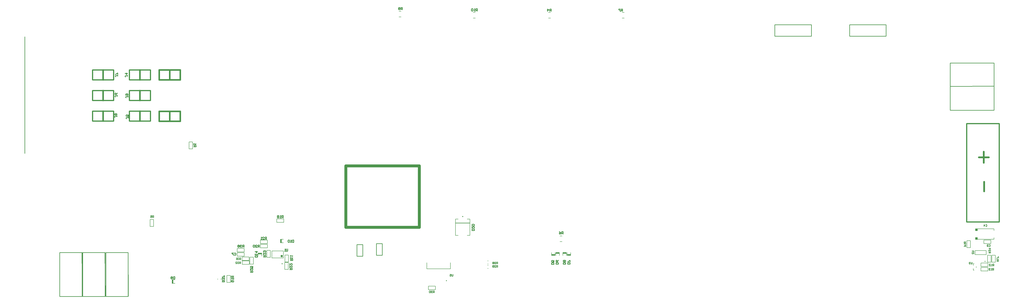
<source format=gbr>
%TF.GenerationSoftware,Altium Limited,Altium Designer,21.6.4 (81)*%
G04 Layer_Color=32896*
%FSLAX43Y43*%
%MOMM*%
%TF.SameCoordinates,9BCA014A-4D13-4940-A32C-4131998200A9*%
%TF.FilePolarity,Positive*%
%TF.FileFunction,Legend,Bot*%
%TF.Part,Single*%
G01*
G75*
%TA.AperFunction,NonConductor*%
%ADD88C,0.250*%
%ADD89C,0.500*%
%ADD90C,0.200*%
%ADD91C,0.254*%
%ADD92C,1.270*%
%ADD93C,0.635*%
%ADD94C,0.508*%
%ADD95C,0.762*%
%ADD96C,0.300*%
%ADD97R,1.000X1.000*%
%ADD98R,1.587X0.508*%
%ADD99R,0.508X1.587*%
D88*
X190375Y38325D02*
G03*
X190375Y38325I-125J0D01*
G01*
X111917Y17763D02*
G03*
X111917Y17763I-125J0D01*
G01*
X417269Y18783D02*
G03*
X417269Y18783I-125J0D01*
G01*
X183304Y10377D02*
G03*
X183304Y10377I-125J0D01*
G01*
D89*
X111862Y21088D02*
G03*
X111862Y21088I-250J0D01*
G01*
D90*
X187140Y37180D02*
X188275D01*
X192225D02*
X193360D01*
Y30070D02*
Y37180D01*
X187140Y30070D02*
X188275D01*
X192225D02*
X193360D01*
X187140D02*
Y37180D01*
X412023Y17810D02*
X412446D01*
X412023Y14910D02*
Y15672D01*
Y17048D02*
Y17810D01*
Y14910D02*
X412446D01*
X413323Y16133D02*
Y16587D01*
X416676Y26538D02*
X419724D01*
X416676D02*
Y28062D01*
X419724Y26538D02*
Y28062D01*
X416676D02*
X419724D01*
X107387Y20313D02*
X112387D01*
X107387D02*
Y23313D01*
X112387D01*
Y20313D02*
Y23313D01*
X415351Y14563D02*
X418399D01*
X415351D02*
Y16087D01*
X418399Y14563D02*
Y16087D01*
X415351D02*
X418399D01*
X417689Y21757D02*
Y23515D01*
X412789D02*
X417689D01*
X412789Y21757D02*
Y23515D01*
Y21757D02*
X417689D01*
X415351Y16513D02*
X418399D01*
X415351D02*
Y18037D01*
X418399Y16513D02*
Y18037D01*
X415351D02*
X418399D01*
X413775Y32975D02*
X421075D01*
X413775Y32175D02*
Y32975D01*
Y28375D02*
X421075D01*
Y32175D02*
Y32975D01*
X413775Y28375D02*
Y29175D01*
X421075Y28375D02*
Y29175D01*
X419787Y18451D02*
Y21499D01*
X418263Y18451D02*
X419787D01*
X418263Y21499D02*
X419787D01*
X418263Y18451D02*
Y21499D01*
X420113Y18451D02*
Y21499D01*
X421637D01*
X420113Y18451D02*
X421637D01*
Y21499D01*
X409263Y24801D02*
Y27849D01*
X410787D01*
X409263Y24801D02*
X410787D01*
Y27849D01*
X55962Y33976D02*
Y37024D01*
X54438Y33976D02*
X55962D01*
X54438Y37024D02*
X55962D01*
X54438Y33976D02*
Y37024D01*
X94426Y19188D02*
X97474D01*
X94426D02*
Y20712D01*
X97474Y19188D02*
Y20712D01*
X94426D02*
X97474D01*
X94451Y19012D02*
X97499D01*
Y17488D02*
Y19012D01*
X94451Y17488D02*
Y19012D01*
Y17488D02*
X97499D01*
X201100Y19025D02*
X201350D01*
X201100Y17625D02*
X201350D01*
X201100Y17100D02*
X201350D01*
X201100Y15700D02*
X201350D01*
X175326Y6463D02*
X178374D01*
X175326D02*
Y7987D01*
X178374Y6463D02*
Y7987D01*
X175326D02*
X178374D01*
X184893Y15536D02*
Y18232D01*
X174657Y15536D02*
X184893D01*
X174657D02*
Y18232D01*
X259502Y124750D02*
X260448D01*
X259502Y127250D02*
X260448D01*
X194802Y124750D02*
X195748D01*
X194802Y127250D02*
X195748D01*
X92276Y22863D02*
X95324D01*
X92276D02*
Y24387D01*
X95324Y22863D02*
Y24387D01*
X92276D02*
X95324D01*
X72862Y67776D02*
Y70824D01*
X71338Y67776D02*
X72862D01*
X71338Y70824D02*
X72862D01*
X71338Y67776D02*
Y70824D01*
X92301Y22562D02*
X95349D01*
Y21038D02*
Y22562D01*
X92301Y21038D02*
Y22562D01*
Y21038D02*
X95349D01*
X162527Y127750D02*
X163473D01*
X162527Y125250D02*
X163473D01*
X227502Y127250D02*
X228448D01*
X227502Y124750D02*
X228448D01*
X99287Y17551D02*
Y20599D01*
X97763Y17551D02*
X99287D01*
X97763Y20599D02*
X99287D01*
X97763Y17551D02*
Y20599D01*
X106637Y20526D02*
Y23574D01*
X105113Y20526D02*
X106637D01*
X105113Y23574D02*
X106637D01*
X105113Y20526D02*
Y23574D01*
X112963Y15251D02*
Y18299D01*
X114487D01*
X112963Y15251D02*
X114487D01*
Y18299D01*
X102376Y28062D02*
X105424D01*
Y26538D02*
Y28062D01*
X102376Y26538D02*
Y28062D01*
Y26538D02*
X105424D01*
X102351Y26237D02*
X105399D01*
Y24713D02*
Y26237D01*
X102351Y24713D02*
Y26237D01*
Y24713D02*
X105399D01*
X109451Y37287D02*
X112499D01*
Y35763D02*
Y37287D01*
X109451Y35763D02*
Y37287D01*
Y35763D02*
X112499D01*
X89312Y9576D02*
Y12624D01*
X87788Y9576D02*
X89312D01*
X87788Y12624D02*
X89312D01*
X87788Y9576D02*
Y12624D01*
X112988Y18526D02*
Y21574D01*
X114512D01*
X112988Y18526D02*
X114512D01*
Y21574D01*
X101375Y22385D02*
X102925D01*
X101375Y21115D02*
Y22385D01*
X102925Y21115D02*
Y22385D01*
X111115Y26850D02*
Y28400D01*
Y26850D02*
X112385D01*
X111115Y28400D02*
X112385D01*
X64040Y9225D02*
Y10775D01*
Y9225D02*
X65310D01*
X64040Y10775D02*
X65310D01*
X233725Y22635D02*
X235275D01*
X233725Y21365D02*
Y22635D01*
X235275Y21365D02*
Y22635D01*
X235600Y21365D02*
X237150D01*
Y22635D01*
X235600Y21365D02*
Y22635D01*
X230700D02*
X232250D01*
X230700Y21365D02*
Y22635D01*
X232250Y21365D02*
Y22635D01*
X228825Y21365D02*
X230375D01*
Y22635D01*
X228825Y21365D02*
Y22635D01*
X232452Y29850D02*
X233398D01*
X232452Y27350D02*
X233398D01*
X83825Y11000D02*
Y11250D01*
X85225Y11000D02*
Y11250D01*
D91*
X187202Y35530D02*
X193298D01*
X-40Y65800D02*
Y116600D01*
X144305Y21035D02*
Y26115D01*
X146845D01*
Y21035D02*
Y26115D01*
X144305Y21035D02*
X146845D01*
X152730Y21460D02*
Y26540D01*
X155270D01*
Y21460D02*
Y26540D01*
X152730Y21460D02*
X155270D01*
X358294Y116912D02*
X374169D01*
X358294Y121865D02*
X374169D01*
Y116912D02*
Y121865D01*
X358294Y116912D02*
Y121865D01*
X325794Y116920D02*
X341669D01*
X325794Y121873D02*
X341669D01*
Y116920D02*
Y121873D01*
X325794Y116920D02*
Y121873D01*
X421049Y84586D02*
Y105160D01*
X401999Y84586D02*
Y105160D01*
X421049D01*
X401999Y84586D02*
X421049D01*
X401999Y95000D02*
X421049Y95125D01*
X63000Y79766D02*
Y81925D01*
Y99950D02*
Y102109D01*
X44826Y22668D02*
X44951Y3618D01*
X35174Y3491D02*
Y22668D01*
X44888Y3491D02*
Y22668D01*
X35174D02*
X44888D01*
X35174Y3491D02*
X44888D01*
X24826Y22668D02*
X24951Y3618D01*
X15174Y3491D02*
Y22668D01*
X24888Y3491D02*
Y22668D01*
X15174D02*
X24888D01*
X15174Y3491D02*
X24888D01*
X34826Y22668D02*
X34951Y3618D01*
X25174Y3491D02*
Y22668D01*
X34888Y3491D02*
Y22668D01*
X25174D02*
X34888D01*
X25174Y3491D02*
X34888D01*
X55931Y37896D02*
Y38696D01*
X55531D01*
X55398Y38563D01*
Y38296D01*
X55531Y38163D01*
X55931D01*
X55664D02*
X55398Y37896D01*
X54598Y38696D02*
X55131D01*
Y38296D01*
X54864Y38430D01*
X54731D01*
X54598Y38296D01*
Y38030D01*
X54731Y37896D01*
X54998D01*
X55131Y38030D01*
X185991Y13125D02*
Y12458D01*
X185858Y12325D01*
X185592D01*
X185458Y12458D01*
Y13125D01*
X184659D02*
X185192D01*
Y12725D01*
X184925Y12858D01*
X184792D01*
X184659Y12725D01*
Y12458D01*
X184792Y12325D01*
X185058D01*
X185192Y12458D01*
X411541Y18450D02*
Y17783D01*
X411408Y17650D01*
X411142D01*
X411008Y17783D01*
Y18450D01*
X410742Y18317D02*
X410608Y18450D01*
X410342D01*
X410209Y18317D01*
Y18183D01*
X410342Y18050D01*
X410475D01*
X410342D01*
X410209Y17917D01*
Y17783D01*
X410342Y17650D01*
X410608D01*
X410742Y17783D01*
X411450Y23416D02*
X412117D01*
X412250Y23283D01*
Y23017D01*
X412117Y22883D01*
X411450D01*
X412250Y22084D02*
Y22617D01*
X411717Y22084D01*
X411583D01*
X411450Y22217D01*
Y22483D01*
X411583Y22617D01*
X93741Y17800D02*
Y18600D01*
X93341D01*
X93208Y18467D01*
Y18200D01*
X93341Y18067D01*
X93741D01*
X93475D02*
X93208Y17800D01*
X92942Y18467D02*
X92808Y18600D01*
X92542D01*
X92408Y18467D01*
Y18333D01*
X92542Y18200D01*
X92675D01*
X92542D01*
X92408Y18067D01*
Y17933D01*
X92542Y17800D01*
X92808D01*
X92942Y17933D01*
X91609Y17800D02*
X92142D01*
X91609Y18333D01*
Y18467D01*
X91742Y18600D01*
X92009D01*
X92142Y18467D01*
X93708Y19525D02*
Y20325D01*
X93308D01*
X93175Y20192D01*
Y19925D01*
X93308Y19792D01*
X93708D01*
X93441D02*
X93175Y19525D01*
X92908Y20192D02*
X92775Y20325D01*
X92508D01*
X92375Y20192D01*
Y20058D01*
X92508Y19925D01*
X92642D01*
X92508D01*
X92375Y19792D01*
Y19658D01*
X92508Y19525D01*
X92775D01*
X92908Y19658D01*
X92109Y19525D02*
X91842D01*
X91975D01*
Y20325D01*
X92109Y20192D01*
X177841Y5125D02*
Y5925D01*
X177441D01*
X177308Y5792D01*
Y5525D01*
X177441Y5392D01*
X177841D01*
X177575D02*
X177308Y5125D01*
X177042Y5792D02*
X176908Y5925D01*
X176642D01*
X176508Y5792D01*
Y5658D01*
X176642Y5525D01*
X176775D01*
X176642D01*
X176508Y5392D01*
Y5258D01*
X176642Y5125D01*
X176908D01*
X177042Y5258D01*
X176242Y5792D02*
X176109Y5925D01*
X175842D01*
X175709Y5792D01*
Y5258D01*
X175842Y5125D01*
X176109D01*
X176242Y5258D01*
Y5792D01*
X205366Y16225D02*
Y17025D01*
X204966D01*
X204833Y16892D01*
Y16625D01*
X204966Y16492D01*
X205366D01*
X205100D02*
X204833Y16225D01*
X204033D02*
X204567D01*
X204033Y16758D01*
Y16892D01*
X204167Y17025D01*
X204433D01*
X204567Y16892D01*
X203767Y16358D02*
X203634Y16225D01*
X203367D01*
X203234Y16358D01*
Y16892D01*
X203367Y17025D01*
X203634D01*
X203767Y16892D01*
Y16758D01*
X203634Y16625D01*
X203234D01*
X205366Y17700D02*
Y18500D01*
X204966D01*
X204833Y18367D01*
Y18100D01*
X204966Y17967D01*
X205366D01*
X205100D02*
X204833Y17700D01*
X204033D02*
X204567D01*
X204033Y18233D01*
Y18367D01*
X204167Y18500D01*
X204433D01*
X204567Y18367D01*
X203767D02*
X203634Y18500D01*
X203367D01*
X203234Y18367D01*
Y18233D01*
X203367Y18100D01*
X203234Y17967D01*
Y17833D01*
X203367Y17700D01*
X203634D01*
X203767Y17833D01*
Y17967D01*
X203634Y18100D01*
X203767Y18233D01*
Y18367D01*
X203634Y18100D02*
X203367D01*
X418750Y22484D02*
X419550D01*
Y22884D01*
X419417Y23017D01*
X419150D01*
X419017Y22884D01*
Y22484D01*
Y22750D02*
X418750Y23017D01*
Y23817D02*
Y23283D01*
X419283Y23817D01*
X419417D01*
X419550Y23683D01*
Y23417D01*
X419417Y23283D01*
X418750Y24483D02*
X419550D01*
X419150Y24083D01*
Y24616D01*
X422225Y18850D02*
X423025D01*
Y19250D01*
X422892Y19383D01*
X422625D01*
X422492Y19250D01*
Y18850D01*
Y19117D02*
X422225Y19383D01*
Y19650D02*
Y19917D01*
Y19783D01*
X423025D01*
X422892Y19650D01*
X423025Y20317D02*
Y20850D01*
X422892D01*
X422358Y20317D01*
X422225D01*
X408800Y27300D02*
X408000D01*
Y26900D01*
X408133Y26767D01*
X408400D01*
X408533Y26900D01*
Y27300D01*
Y27033D02*
X408800Y26767D01*
Y26500D02*
Y26233D01*
Y26367D01*
X408000D01*
X408133Y26500D01*
X408000Y25300D02*
X408133Y25567D01*
X408400Y25833D01*
X408667D01*
X408800Y25700D01*
Y25434D01*
X408667Y25300D01*
X408533D01*
X408400Y25434D01*
Y25833D01*
X420875Y14950D02*
Y15750D01*
X420475D01*
X420342Y15617D01*
Y15350D01*
X420475Y15217D01*
X420875D01*
X420608D02*
X420342Y14950D01*
X420075D02*
X419808D01*
X419942D01*
Y15750D01*
X420075Y15617D01*
X419408D02*
X419275Y15750D01*
X419009D01*
X418875Y15617D01*
Y15483D01*
X419009Y15350D01*
X419142D01*
X419009D01*
X418875Y15217D01*
Y15083D01*
X419009Y14950D01*
X419275D01*
X419408Y15083D01*
X420950Y16825D02*
Y17625D01*
X420550D01*
X420417Y17492D01*
Y17225D01*
X420550Y17092D01*
X420950D01*
X420683D02*
X420417Y16825D01*
X420150D02*
X419883D01*
X420017D01*
Y17625D01*
X420150Y17492D01*
X418950Y16825D02*
X419483D01*
X418950Y17358D01*
Y17492D01*
X419084Y17625D01*
X419350D01*
X419483Y17492D01*
X417358Y34692D02*
X417492Y34825D01*
X417758D01*
X417891Y34692D01*
Y34158D01*
X417758Y34025D01*
X417492D01*
X417358Y34158D01*
X416692Y34025D02*
Y34825D01*
X417092Y34425D01*
X416559D01*
X418833Y25967D02*
X418967Y26100D01*
X419233D01*
X419366Y25967D01*
Y25433D01*
X419233Y25300D01*
X418967D01*
X418833Y25433D01*
X418567Y25967D02*
X418433Y26100D01*
X418167D01*
X418034Y25967D01*
Y25833D01*
X418167Y25700D01*
X418300D01*
X418167D01*
X418034Y25567D01*
Y25433D01*
X418167Y25300D01*
X418433D01*
X418567Y25433D01*
D92*
X171350Y33611D02*
Y60408D01*
X139473Y33611D02*
Y60408D01*
X171350D01*
X139473Y33611D02*
X171350D01*
D93*
X63000Y79766D02*
Y84084D01*
X67572Y79766D02*
Y84084D01*
X58428Y79766D02*
Y84084D01*
Y79766D02*
X67572D01*
X58428Y84084D02*
X67572D01*
X63000Y97791D02*
Y102109D01*
X58428Y97791D02*
Y102109D01*
X67572Y97791D02*
Y102109D01*
X58428D02*
X67572D01*
X58428Y97791D02*
X67572D01*
X50000Y82000D02*
Y84159D01*
Y79841D02*
Y82000D01*
Y97841D02*
Y100000D01*
Y102159D01*
Y91000D02*
Y93159D01*
Y88841D02*
Y91000D01*
X34000D02*
Y93159D01*
Y88841D02*
Y91000D01*
Y100000D02*
Y102159D01*
Y97841D02*
Y100000D01*
Y82000D02*
Y84159D01*
Y79841D02*
Y82000D01*
D94*
X409188Y35973D02*
Y78772D01*
X423285Y35973D02*
Y78772D01*
X409188Y35973D02*
X423285D01*
X409188Y78772D02*
X423285D01*
X45428Y84159D02*
X54572D01*
X45428Y79841D02*
X54572D01*
Y84159D01*
X45428Y79841D02*
Y84159D01*
Y97841D02*
X54572D01*
X45428Y102159D02*
X54572D01*
X45428Y97841D02*
Y102159D01*
X54572Y97841D02*
Y102159D01*
Y88841D02*
Y93159D01*
X45428Y88841D02*
Y93159D01*
X54572D01*
X45428Y88841D02*
X54572D01*
X29428Y93159D02*
X38572D01*
X29428Y88841D02*
X38572D01*
Y93159D01*
X29428Y88841D02*
Y93159D01*
X38572Y97841D02*
Y102159D01*
X29428Y97841D02*
Y102159D01*
X38572D01*
X29428Y97841D02*
X38572D01*
Y79841D02*
Y84159D01*
X29428Y79841D02*
Y84159D01*
X38572D01*
X29428Y79841D02*
X38572D01*
D95*
X414395Y64167D02*
X418713D01*
X416554Y61754D02*
Y66580D01*
X416681Y49308D02*
Y53499D01*
D96*
X44836Y90732D02*
Y90399D01*
Y90565D01*
X44003D01*
X43836Y90399D01*
Y90232D01*
X44003Y90065D01*
Y91065D02*
X43836Y91232D01*
Y91565D01*
X44003Y91731D01*
X44669D01*
X44836Y91565D01*
Y91232D01*
X44669Y91065D01*
X44502D01*
X44336Y91232D01*
Y91731D01*
X40342Y99833D02*
Y99500D01*
Y99667D01*
X39509D01*
X39342Y99500D01*
Y99334D01*
X39509Y99167D01*
X40342Y100167D02*
Y100833D01*
X40175D01*
X39509Y100167D01*
X39342D01*
X40012Y82138D02*
Y81805D01*
Y81972D01*
X39179D01*
X39012Y81805D01*
Y81638D01*
X39179Y81472D01*
X39845Y82471D02*
X40012Y82638D01*
Y82971D01*
X39845Y83138D01*
X39678D01*
X39512Y82971D01*
X39345Y83138D01*
X39179D01*
X39012Y82971D01*
Y82638D01*
X39179Y82471D01*
X39345D01*
X39512Y82638D01*
X39678Y82471D01*
X39845D01*
X39512Y82638D02*
Y82971D01*
X95233Y24900D02*
Y25900D01*
X94733D01*
X94566Y25733D01*
Y25400D01*
X94733Y25233D01*
X95233D01*
X94900D02*
X94566Y24900D01*
X94233Y25733D02*
X94067Y25900D01*
X93733D01*
X93567Y25733D01*
Y25567D01*
X93733Y25400D01*
X93900D01*
X93733D01*
X93567Y25233D01*
Y25067D01*
X93733Y24900D01*
X94067D01*
X94233Y25067D01*
X93234Y25733D02*
X93067Y25900D01*
X92734D01*
X92567Y25733D01*
Y25567D01*
X92734Y25400D01*
X92567Y25233D01*
Y25067D01*
X92734Y24900D01*
X93067D01*
X93234Y25067D01*
Y25233D01*
X93067Y25400D01*
X93234Y25567D01*
Y25733D01*
X93067Y25400D02*
X92734D01*
X85797Y9855D02*
X86796D01*
Y10355D01*
X86630Y10522D01*
X86296D01*
X86130Y10355D01*
Y9855D01*
Y10189D02*
X85797Y10522D01*
X86630Y10855D02*
X86796Y11022D01*
Y11355D01*
X86630Y11521D01*
X86463D01*
X86296Y11355D01*
Y11188D01*
Y11355D01*
X86130Y11521D01*
X85963D01*
X85797Y11355D01*
Y11022D01*
X85963Y10855D01*
X86796Y11855D02*
Y12521D01*
X86630D01*
X85963Y11855D01*
X85797D01*
X40189Y91087D02*
Y90754D01*
Y90921D01*
X39356D01*
X39190Y90754D01*
Y90588D01*
X39356Y90421D01*
X40189Y92087D02*
X40023Y91754D01*
X39690Y91421D01*
X39356D01*
X39190Y91587D01*
Y91920D01*
X39356Y92087D01*
X39523D01*
X39690Y91920D01*
Y91421D01*
X44632Y99757D02*
Y99424D01*
Y99591D01*
X43799D01*
X43633Y99424D01*
Y99257D01*
X43799Y99091D01*
X43633Y100590D02*
X44632D01*
X44133Y100090D01*
Y100757D01*
X45013Y81579D02*
Y81246D01*
Y81413D01*
X44180D01*
X44014Y81246D01*
Y81080D01*
X44180Y80913D01*
X45013Y82579D02*
Y81913D01*
X44514D01*
X44680Y82246D01*
Y82412D01*
X44514Y82579D01*
X44180D01*
X44014Y82412D01*
Y82079D01*
X44180Y81913D01*
X195325Y32242D02*
X194325D01*
Y32742D01*
X194492Y32909D01*
X195158D01*
X195325Y32742D01*
Y32242D01*
X194325Y33908D02*
Y33242D01*
X194992Y33908D01*
X195158D01*
X195325Y33742D01*
Y33408D01*
X195158Y33242D01*
Y34241D02*
X195325Y34408D01*
Y34741D01*
X195158Y34908D01*
X194492D01*
X194325Y34741D01*
Y34408D01*
X194492Y34241D01*
X195158D01*
X91017Y22258D02*
X91183Y22425D01*
X91516D01*
X91683Y22258D01*
Y21592D01*
X91516Y21425D01*
X91183D01*
X91017Y21592D01*
X90683Y22425D02*
X90017D01*
Y22258D01*
X90683Y21592D01*
Y21425D01*
X98050Y13992D02*
X99050D01*
Y14492D01*
X98883Y14659D01*
X98550D01*
X98383Y14492D01*
Y13992D01*
Y14325D02*
X98050Y14659D01*
Y15658D02*
Y14992D01*
X98717Y15658D01*
X98883D01*
X99050Y15492D01*
Y15158D01*
X98883Y14992D01*
X99050Y16658D02*
Y15991D01*
X98550D01*
X98717Y16325D01*
Y16491D01*
X98550Y16658D01*
X98217D01*
X98050Y16491D01*
Y16158D01*
X98217Y15991D01*
X103750Y20717D02*
X104750D01*
Y21217D01*
X104583Y21384D01*
X104250D01*
X104083Y21217D01*
Y20717D01*
Y21050D02*
X103750Y21384D01*
Y22383D02*
Y21717D01*
X104417Y22383D01*
X104583D01*
X104750Y22217D01*
Y21883D01*
X104583Y21717D01*
Y22716D02*
X104750Y22883D01*
Y23216D01*
X104583Y23383D01*
X104417D01*
X104250Y23216D01*
Y23050D01*
Y23216D01*
X104083Y23383D01*
X103917D01*
X103750Y23216D01*
Y22883D01*
X103917Y22716D01*
X115150Y15167D02*
X116150D01*
Y15667D01*
X115983Y15834D01*
X115650D01*
X115483Y15667D01*
Y15167D01*
Y15500D02*
X115150Y15834D01*
Y16833D02*
Y16167D01*
X115817Y16833D01*
X115983D01*
X116150Y16667D01*
Y16333D01*
X115983Y16167D01*
X115150Y17833D02*
Y17166D01*
X115817Y17833D01*
X115983D01*
X116150Y17666D01*
Y17333D01*
X115983Y17166D01*
X101883Y24900D02*
Y25900D01*
X101383D01*
X101216Y25733D01*
Y25400D01*
X101383Y25233D01*
X101883D01*
X101550D02*
X101216Y24900D01*
X100217D02*
X100883D01*
X100217Y25567D01*
Y25733D01*
X100383Y25900D01*
X100717D01*
X100883Y25733D01*
X99884D02*
X99717Y25900D01*
X99384D01*
X99217Y25733D01*
Y25067D01*
X99384Y24900D01*
X99717D01*
X99884Y25067D01*
Y25733D01*
X104965Y28350D02*
Y29349D01*
X104465D01*
X104298Y29183D01*
Y28849D01*
X104465Y28683D01*
X104965D01*
X104631D02*
X104298Y28350D01*
X103299D02*
X103965D01*
X103299Y29016D01*
Y29183D01*
X103465Y29349D01*
X103798D01*
X103965Y29183D01*
X102965Y28350D02*
X102632D01*
X102799D01*
Y29349D01*
X102965Y29183D01*
X112225Y37727D02*
Y38727D01*
X111725D01*
X111558Y38560D01*
Y38227D01*
X111725Y38060D01*
X112225D01*
X111891D02*
X111558Y37727D01*
X111225D02*
X110892D01*
X111058D01*
Y38727D01*
X111225Y38560D01*
X110392D02*
X110225Y38727D01*
X109892D01*
X109725Y38560D01*
Y38394D01*
X109892Y38227D01*
X109725Y38060D01*
Y37894D01*
X109892Y37727D01*
X110225D01*
X110392Y37894D01*
Y38060D01*
X110225Y38227D01*
X110392Y38394D01*
Y38560D01*
X110225Y38227D02*
X109892D01*
X90726Y12299D02*
X89727D01*
Y11799D01*
X89893Y11632D01*
X90226D01*
X90393Y11799D01*
Y12299D01*
Y11966D02*
X90726Y11632D01*
Y11299D02*
Y10966D01*
Y11133D01*
X89727D01*
X89893Y11299D01*
X89727Y9800D02*
Y10466D01*
X90226D01*
X90060Y10133D01*
Y9966D01*
X90226Y9800D01*
X90560D01*
X90726Y9966D01*
Y10299D01*
X90560Y10466D01*
X101075Y20625D02*
X100075D01*
Y21125D01*
X100242Y21292D01*
X100908D01*
X101075Y21125D01*
Y20625D01*
X100075Y21625D02*
Y21958D01*
Y21792D01*
X101075D01*
X100908Y21625D01*
X100075Y22958D02*
X101075D01*
X100575Y22458D01*
Y23125D01*
X114241Y24175D02*
Y23342D01*
X114075Y23175D01*
X113742D01*
X113575Y23342D01*
Y24175D01*
X113242Y23175D02*
X112909D01*
X113075D01*
Y24175D01*
X113242Y24008D01*
X116850Y28050D02*
Y27050D01*
X116350D01*
X116183Y27217D01*
Y27883D01*
X116350Y28050D01*
X116850D01*
X115850Y27050D02*
X115517D01*
X115683D01*
Y28050D01*
X115850Y27883D01*
X115017D02*
X114850Y28050D01*
X114517D01*
X114350Y27883D01*
Y27217D01*
X114517Y27050D01*
X114850D01*
X115017Y27217D01*
Y27883D01*
X65152Y12100D02*
Y11100D01*
X64653D01*
X64486Y11267D01*
Y11933D01*
X64653Y12100D01*
X65152D01*
X64153Y11267D02*
X63986Y11100D01*
X63653D01*
X63486Y11267D01*
Y11933D01*
X63653Y12100D01*
X63986D01*
X64153Y11933D01*
Y11767D01*
X63986Y11600D01*
X63486D01*
X115375Y19142D02*
X116375D01*
Y19642D01*
X116208Y19808D01*
X115875D01*
X115708Y19642D01*
Y19142D01*
Y19475D02*
X115375Y19808D01*
Y20142D02*
Y20475D01*
Y20308D01*
X116375D01*
X116208Y20142D01*
X115375Y20975D02*
Y21308D01*
Y21141D01*
X116375D01*
X116208Y20975D01*
X196550Y127812D02*
Y128811D01*
X196050D01*
X195884Y128645D01*
Y128311D01*
X196050Y128145D01*
X196550D01*
X196217D02*
X195884Y127812D01*
X195550D02*
X195217D01*
X195384D01*
Y128811D01*
X195550Y128645D01*
X194717D02*
X194551Y128811D01*
X194217D01*
X194051Y128645D01*
Y127978D01*
X194217Y127812D01*
X194551D01*
X194717Y127978D01*
Y128645D01*
X164011Y128362D02*
Y129362D01*
X163511D01*
X163344Y129195D01*
Y128862D01*
X163511Y128696D01*
X164011D01*
X163678D02*
X163344Y128362D01*
X163011Y128529D02*
X162845Y128362D01*
X162511D01*
X162345Y128529D01*
Y129195D01*
X162511Y129362D01*
X162845D01*
X163011Y129195D01*
Y129029D01*
X162845Y128862D01*
X162345D01*
X234950Y17567D02*
X233950D01*
Y18067D01*
X234117Y18233D01*
X234783D01*
X234950Y18067D01*
Y17567D01*
X234783Y18567D02*
X234950Y18733D01*
Y19066D01*
X234783Y19233D01*
X234617D01*
X234450Y19066D01*
X234283Y19233D01*
X234117D01*
X233950Y19066D01*
Y18733D01*
X234117Y18567D01*
X234283D01*
X234450Y18733D01*
X234617Y18567D01*
X234783D01*
X234450Y18733D02*
Y19066D01*
X236875Y17542D02*
X235875D01*
Y18042D01*
X236042Y18208D01*
X236708D01*
X236875Y18042D01*
Y17542D01*
Y18542D02*
Y19208D01*
X236708D01*
X236042Y18542D01*
X235875D01*
X231825Y17567D02*
X230825D01*
Y18067D01*
X230992Y18233D01*
X231658D01*
X231825Y18067D01*
Y17567D01*
Y19233D02*
X231658Y18900D01*
X231325Y18567D01*
X230992D01*
X230825Y18733D01*
Y19066D01*
X230992Y19233D01*
X231158D01*
X231325Y19066D01*
Y18567D01*
X229825Y17492D02*
X228825D01*
Y17992D01*
X228992Y18158D01*
X229658D01*
X229825Y17992D01*
Y17492D01*
Y19158D02*
Y18492D01*
X229325D01*
X229492Y18825D01*
Y18991D01*
X229325Y19158D01*
X228992D01*
X228825Y18991D01*
Y18658D01*
X228992Y18492D01*
X259687Y127681D02*
Y128681D01*
X259187D01*
X259021Y128514D01*
Y128181D01*
X259187Y128015D01*
X259687D01*
X259354D02*
X259021Y127681D01*
X258688Y128681D02*
X258021D01*
Y128514D01*
X258688Y127848D01*
Y127681D01*
X228681Y127685D02*
Y128684D01*
X228181D01*
X228015Y128518D01*
Y128184D01*
X228181Y128018D01*
X228681D01*
X228348D02*
X228015Y127685D01*
X227182D02*
Y128684D01*
X227681Y128184D01*
X227015D01*
X233858Y30700D02*
Y31700D01*
X233358D01*
X233192Y31533D01*
Y31200D01*
X233358Y31033D01*
X233858D01*
X233525D02*
X233192Y30700D01*
X232192Y31700D02*
X232525Y31533D01*
X232858Y31200D01*
Y30867D01*
X232692Y30700D01*
X232359D01*
X232192Y30867D01*
Y31033D01*
X232359Y31200D01*
X232858D01*
X73425Y68709D02*
X74425D01*
Y69208D01*
X74258Y69375D01*
X73925D01*
X73758Y69208D01*
Y68709D01*
Y69042D02*
X73425Y69375D01*
Y69708D02*
Y70041D01*
Y69875D01*
X74425D01*
X74258Y69708D01*
D97*
X413425Y28775D02*
D03*
X413425Y32575D02*
D03*
D98*
X102118Y22131D02*
D03*
X234468Y22381D02*
D03*
X236407Y21619D02*
D03*
X231443Y22381D02*
D03*
X229632Y21619D02*
D03*
D99*
X111369Y27593D02*
D03*
X64294Y9969D02*
D03*
%TF.MD5,f465383174656a6ebc8a599c7619359a*%
M02*

</source>
